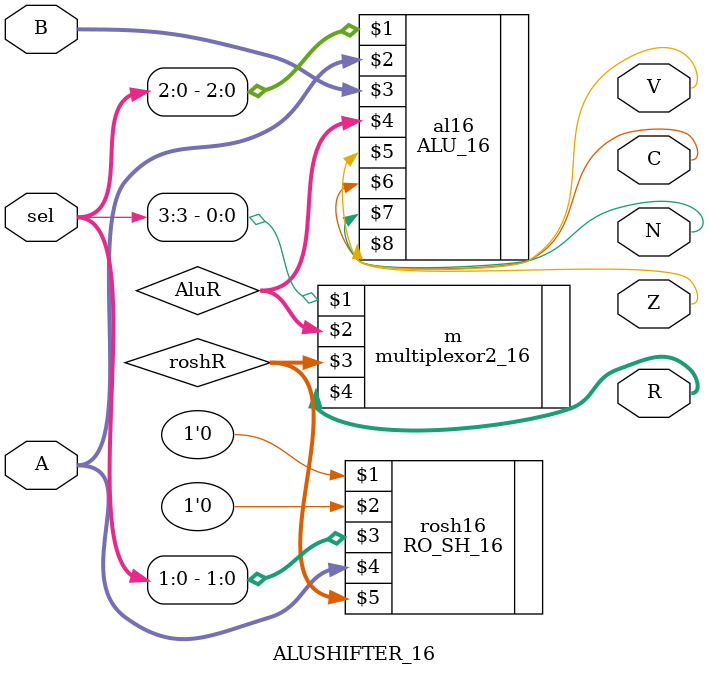
<source format=v>
module ALUSHIFTER_16(input [3:0] sel,input [15:0] A,input [15:0] B,output [15:0] R,output V,output C,output N,output Z);
wire [15:0] AluR,roshR;
wire Z1,Z2,Z3,Z4;
ALU_16 al16(sel[2:0] ,A,B,AluR,V,C,N,Z);
RO_SH_16 rosh16(1'b0,1'b0,sel[1:0],A,roshR);

multiplexor2_16 m(sel[3],AluR,roshR,R);

endmodule
</source>
